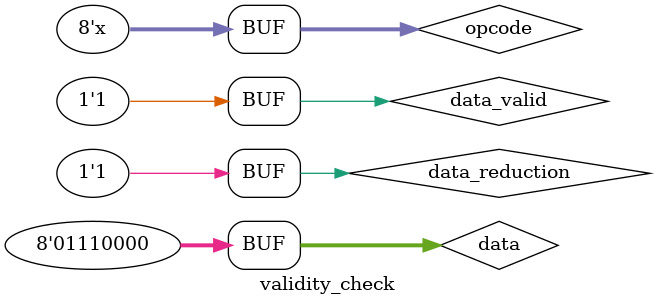
<source format=v>
module validity_check;

wire output_valid_test;
reg [7:0]opcode, data;

parameter TRUE = 1'b1;
parameter FALSE = 1'b0;
reg data_reduction,data_valid;

assign output_valid_test = ( ((opcode ^ ~opcode) == 8'hff) && ((data ^ ~data) == 8'hff)) ? TRUE : FALSE;
always@(*) begin
	
	data_reduction = ^data;
	if(data_reduction == 1'b1 || data_reduction == 1'b0) 
		data_valid = TRUE;
	else
		data_valid = FALSE;
end

initial begin
$monitor("data = %b, data_reduction = %b, data_valid = %b",data,data_reduction,data_valid);
opcode = 8'h00;
data = 8'h00;
#20;
opcode = 8'h10;
data = 8'haa;


#20;
data = 8'b0101_x000;
opcode = 8'bxxxx_xxxx;


#20;
opcode = 8'bz;
data = 8'b0101_z000;

#20;
opcode = 8'b1;
data = 8'b1111_1111;

#20;
opcode = 8'bx;
data = 8'bxxxx_xxxx;

#20;
opcode = 8'bz;
data = 8'bzzzz_zzzz;

#20;
opcode = 8'bz;
data = 8'b1110000;

end

endmodule

</source>
